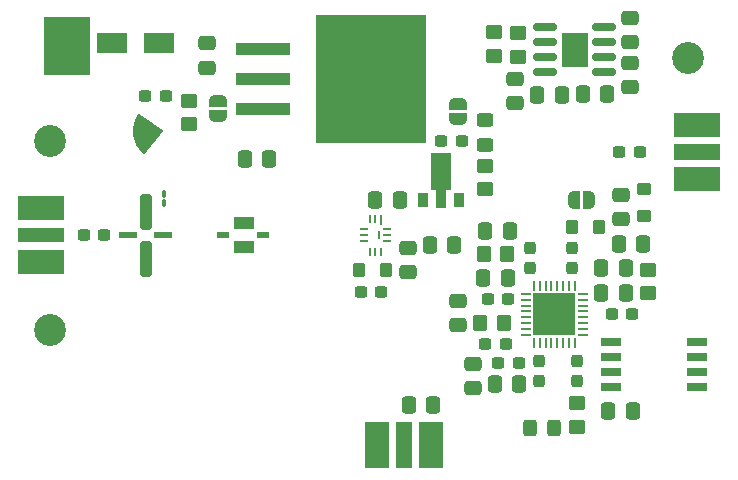
<source format=gbr>
%TF.GenerationSoftware,KiCad,Pcbnew,(6.0.2)*%
%TF.CreationDate,2022-09-18T20:27:38+02:00*%
%TF.ProjectId,8-4GHzDSN_V2,382d3447-487a-4445-934e-5f56322e6b69,rev?*%
%TF.SameCoordinates,Original*%
%TF.FileFunction,Soldermask,Top*%
%TF.FilePolarity,Negative*%
%FSLAX46Y46*%
G04 Gerber Fmt 4.6, Leading zero omitted, Abs format (unit mm)*
G04 Created by KiCad (PCBNEW (6.0.2)) date 2022-09-18 20:27:38*
%MOMM*%
%LPD*%
G01*
G04 APERTURE LIST*
G04 Aperture macros list*
%AMRoundRect*
0 Rectangle with rounded corners*
0 $1 Rounding radius*
0 $2 $3 $4 $5 $6 $7 $8 $9 X,Y pos of 4 corners*
0 Add a 4 corners polygon primitive as box body*
4,1,4,$2,$3,$4,$5,$6,$7,$8,$9,$2,$3,0*
0 Add four circle primitives for the rounded corners*
1,1,$1+$1,$2,$3*
1,1,$1+$1,$4,$5*
1,1,$1+$1,$6,$7*
1,1,$1+$1,$8,$9*
0 Add four rect primitives between the rounded corners*
20,1,$1+$1,$2,$3,$4,$5,0*
20,1,$1+$1,$4,$5,$6,$7,0*
20,1,$1+$1,$6,$7,$8,$9,0*
20,1,$1+$1,$8,$9,$2,$3,0*%
%AMFreePoly0*
4,1,22,0.500000,-0.750000,0.000000,-0.750000,0.000000,-0.745033,-0.079941,-0.743568,-0.215256,-0.701293,-0.333266,-0.622738,-0.424486,-0.514219,-0.481581,-0.384460,-0.499164,-0.250000,-0.500000,-0.250000,-0.500000,0.250000,-0.499164,0.250000,-0.499963,0.256109,-0.478152,0.396186,-0.417904,0.524511,-0.324060,0.630769,-0.204165,0.706417,-0.067858,0.745374,0.000000,0.744959,0.000000,0.750000,
0.500000,0.750000,0.500000,-0.750000,0.500000,-0.750000,$1*%
%AMFreePoly1*
4,1,20,0.000000,0.744959,0.073905,0.744508,0.209726,0.703889,0.328688,0.626782,0.421226,0.519385,0.479903,0.390333,0.500000,0.250000,0.500000,-0.250000,0.499851,-0.262216,0.476331,-0.402017,0.414519,-0.529596,0.319384,-0.634700,0.198574,-0.708877,0.061801,-0.746166,0.000000,-0.745033,0.000000,-0.750000,-0.500000,-0.750000,-0.500000,0.750000,0.000000,0.750000,0.000000,0.744959,
0.000000,0.744959,$1*%
%AMFreePoly2*
4,1,9,3.862500,-0.866500,0.737500,-0.866500,0.737500,-0.450000,-0.737500,-0.450000,-0.737500,0.450000,0.737500,0.450000,0.737500,0.866500,3.862500,0.866500,3.862500,-0.866500,3.862500,-0.866500,$1*%
G04 Aperture macros list end*
%ADD10C,0.150000*%
%ADD11RoundRect,0.250000X0.450000X-0.350000X0.450000X0.350000X-0.450000X0.350000X-0.450000X-0.350000X0*%
%ADD12RoundRect,0.250000X-0.337500X-0.475000X0.337500X-0.475000X0.337500X0.475000X-0.337500X0.475000X0*%
%ADD13RoundRect,0.250000X0.337500X0.475000X-0.337500X0.475000X-0.337500X-0.475000X0.337500X-0.475000X0*%
%ADD14RoundRect,0.062500X-0.062500X0.362500X-0.062500X-0.362500X0.062500X-0.362500X0.062500X0.362500X0*%
%ADD15RoundRect,0.062500X-0.062500X0.312500X-0.062500X-0.312500X0.062500X-0.312500X0.062500X0.312500X0*%
%ADD16RoundRect,0.062500X-0.312500X0.062500X-0.312500X-0.062500X0.312500X-0.062500X0.312500X0.062500X0*%
%ADD17R,0.250000X0.770000*%
%ADD18RoundRect,0.237500X0.300000X0.237500X-0.300000X0.237500X-0.300000X-0.237500X0.300000X-0.237500X0*%
%ADD19RoundRect,0.237500X-0.237500X0.300000X-0.237500X-0.300000X0.237500X-0.300000X0.237500X0.300000X0*%
%ADD20FreePoly0,0.000000*%
%ADD21FreePoly1,0.000000*%
%ADD22RoundRect,0.250000X0.475000X-0.337500X0.475000X0.337500X-0.475000X0.337500X-0.475000X-0.337500X0*%
%ADD23RoundRect,0.250000X-0.275000X-0.350000X0.275000X-0.350000X0.275000X0.350000X-0.275000X0.350000X0*%
%ADD24R,4.000000X1.400000*%
%ADD25R,4.000000X2.000000*%
%ADD26R,1.500000X0.500000*%
%ADD27RoundRect,0.250000X-0.250000X-1.250000X0.250000X-1.250000X0.250000X1.250000X-0.250000X1.250000X0*%
%ADD28R,4.000000X5.000000*%
%ADD29RoundRect,0.250000X-0.475000X0.337500X-0.475000X-0.337500X0.475000X-0.337500X0.475000X0.337500X0*%
%ADD30RoundRect,0.250000X-0.450000X0.350000X-0.450000X-0.350000X0.450000X-0.350000X0.450000X0.350000X0*%
%ADD31RoundRect,0.237500X-0.300000X-0.237500X0.300000X-0.237500X0.300000X0.237500X-0.300000X0.237500X0*%
%ADD32R,1.000000X0.600000*%
%ADD33C,0.500000*%
%ADD34R,1.750000X1.000000*%
%ADD35R,0.900000X1.300000*%
%ADD36FreePoly2,90.000000*%
%ADD37FreePoly0,90.000000*%
%ADD38FreePoly1,90.000000*%
%ADD39R,4.600000X1.100000*%
%ADD40R,9.400000X10.800000*%
%ADD41RoundRect,0.250000X0.350000X0.450000X-0.350000X0.450000X-0.350000X-0.450000X0.350000X-0.450000X0*%
%ADD42RoundRect,0.150000X0.825000X0.150000X-0.825000X0.150000X-0.825000X-0.150000X0.825000X-0.150000X0*%
%ADD43R,2.290000X3.000000*%
%ADD44RoundRect,0.250000X-0.350000X0.275000X-0.350000X-0.275000X0.350000X-0.275000X0.350000X0.275000X0*%
%ADD45RoundRect,0.100000X-0.100000X0.217500X-0.100000X-0.217500X0.100000X-0.217500X0.100000X0.217500X0*%
%ADD46R,2.500000X1.800000*%
%ADD47C,0.300000*%
%ADD48RoundRect,0.250000X-0.325000X-0.450000X0.325000X-0.450000X0.325000X0.450000X-0.325000X0.450000X0*%
%ADD49R,4.000000X1.300000*%
%ADD50C,2.700000*%
%ADD51RoundRect,0.062500X0.375000X0.062500X-0.375000X0.062500X-0.375000X-0.062500X0.375000X-0.062500X0*%
%ADD52RoundRect,0.062500X0.062500X0.375000X-0.062500X0.375000X-0.062500X-0.375000X0.062500X-0.375000X0*%
%ADD53R,3.600000X3.600000*%
%ADD54R,1.400000X4.000000*%
%ADD55R,2.000000X4.000000*%
%ADD56RoundRect,0.237500X0.237500X-0.300000X0.237500X0.300000X-0.237500X0.300000X-0.237500X-0.300000X0*%
%ADD57R,1.700000X0.650000*%
%ADD58RoundRect,0.250000X-0.450000X0.325000X-0.450000X-0.325000X0.450000X-0.325000X0.450000X0.325000X0*%
G04 APERTURE END LIST*
D10*
%TO.C,C7*%
X112500000Y-111187500D02*
X110534040Y-109810920D01*
X110534040Y-109810920D02*
X110380930Y-110060770D01*
X110380930Y-110060770D02*
X110259410Y-110327420D01*
X110259410Y-110327420D02*
X110171290Y-110606890D01*
X110171290Y-110606890D02*
X110117890Y-110895010D01*
X110117890Y-110895010D02*
X110100000Y-111187500D01*
X110100000Y-111187500D02*
X110117890Y-111479990D01*
X110117890Y-111479990D02*
X110171290Y-111768110D01*
X110171290Y-111768110D02*
X110259410Y-112047580D01*
X110259410Y-112047580D02*
X110380930Y-112314230D01*
X110380930Y-112314230D02*
X110534040Y-112564080D01*
X110534040Y-112564080D02*
X110716450Y-112793410D01*
X110716450Y-112793410D02*
X110925460Y-112998800D01*
X110925460Y-112998800D02*
X112500000Y-111187500D01*
X112500000Y-111187500D02*
X112500000Y-111187500D01*
G36*
X112500000Y-111187500D02*
G01*
X110925460Y-112998800D01*
X110716450Y-112793410D01*
X110534040Y-112564080D01*
X110380930Y-112314230D01*
X110259410Y-112047580D01*
X110171290Y-111768110D01*
X110117890Y-111479990D01*
X110100000Y-111187500D01*
X110117890Y-110895010D01*
X110171290Y-110606890D01*
X110259410Y-110327420D01*
X110380930Y-110060770D01*
X110534040Y-109810920D01*
X112500000Y-111187500D01*
G37*
X112500000Y-111187500D02*
X110925460Y-112998800D01*
X110716450Y-112793410D01*
X110534040Y-112564080D01*
X110380930Y-112314230D01*
X110259410Y-112047580D01*
X110171290Y-111768110D01*
X110117890Y-111479990D01*
X110100000Y-111187500D01*
X110117890Y-110895010D01*
X110171290Y-110606890D01*
X110259410Y-110327420D01*
X110380930Y-110060770D01*
X110534040Y-109810920D01*
X112500000Y-111187500D01*
%TD*%
D11*
%TO.C,R22*%
X153600000Y-124900000D03*
X153600000Y-122900000D03*
%TD*%
D12*
%TO.C,C14*%
X130512500Y-117000000D03*
X132587500Y-117000000D03*
%TD*%
D13*
%TO.C,C40*%
X141937500Y-119600000D03*
X139862500Y-119600000D03*
%TD*%
D11*
%TO.C,R3*%
X139850000Y-116100000D03*
X139850000Y-114100000D03*
%TD*%
D14*
%TO.C,U11*%
X131050000Y-118675000D03*
D15*
X130550000Y-118625000D03*
X130050000Y-118625000D03*
D16*
X129550000Y-119500000D03*
X129550000Y-120000000D03*
X129550000Y-120500000D03*
D15*
X130050000Y-121375000D03*
X130550000Y-121375000D03*
X131050000Y-121375000D03*
D16*
X131550000Y-120500000D03*
X131550000Y-120000000D03*
X131550000Y-119500000D03*
D17*
X130850000Y-120000000D03*
%TD*%
D18*
%TO.C,C25*%
X141562500Y-129200000D03*
X139837500Y-129200000D03*
%TD*%
D19*
%TO.C,C34*%
X144400000Y-130637500D03*
X144400000Y-132362500D03*
%TD*%
D20*
%TO.C,JP21*%
X147350000Y-117000000D03*
D21*
X148650000Y-117000000D03*
%TD*%
D13*
%TO.C,C22*%
X141737500Y-123600000D03*
X139662500Y-123600000D03*
%TD*%
%TO.C,C38*%
X137237500Y-120800000D03*
X135162500Y-120800000D03*
%TD*%
D22*
%TO.C,C6*%
X152102500Y-107457500D03*
X152102500Y-105382500D03*
%TD*%
D23*
%TO.C,L22*%
X147150000Y-119300000D03*
X149450000Y-119300000D03*
%TD*%
D18*
%TO.C,C23*%
X141762500Y-125400000D03*
X140037500Y-125400000D03*
%TD*%
D24*
%TO.C,J3*%
X157800000Y-112914000D03*
D25*
X157800000Y-110628000D03*
X157800000Y-115200000D03*
%TD*%
D12*
%TO.C,C29*%
X133362500Y-134400000D03*
X135437500Y-134400000D03*
%TD*%
D18*
%TO.C,C15*%
X131025000Y-124800000D03*
X129300000Y-124800000D03*
%TD*%
D26*
%TO.C,U1*%
X109600000Y-120000000D03*
D27*
X111100000Y-122000000D03*
D26*
X112600000Y-120000000D03*
D27*
X111100000Y-118000000D03*
%TD*%
D18*
%TO.C,C28*%
X142662500Y-130800000D03*
X140937500Y-130800000D03*
%TD*%
D23*
%TO.C,L3*%
X129150000Y-122900000D03*
X131450000Y-122900000D03*
%TD*%
D28*
%TO.C,J1*%
X104450000Y-103950000D03*
%TD*%
D29*
%TO.C,C39*%
X137500000Y-125562500D03*
X137500000Y-127637500D03*
%TD*%
%TO.C,C24*%
X138800000Y-130862500D03*
X138800000Y-132937500D03*
%TD*%
D30*
%TO.C,R5*%
X140600000Y-102800000D03*
X140600000Y-104800000D03*
%TD*%
D31*
%TO.C,C3*%
X105875000Y-120000000D03*
X107600000Y-120000000D03*
%TD*%
D32*
%TO.C,U5*%
X117600000Y-120000000D03*
X121000000Y-120000000D03*
D33*
X118900000Y-121000000D03*
D34*
X119400000Y-121000000D03*
D33*
X119775000Y-121000000D03*
D34*
X119400000Y-119000000D03*
D33*
X118900000Y-119000000D03*
X119900000Y-119000000D03*
%TD*%
D13*
%TO.C,C5*%
X121537500Y-113500000D03*
X119462500Y-113500000D03*
%TD*%
D12*
%TO.C,C21*%
X150262500Y-134900000D03*
X152337500Y-134900000D03*
%TD*%
D22*
%TO.C,C13*%
X133300000Y-123137500D03*
X133300000Y-121062500D03*
%TD*%
D35*
%TO.C,Q1*%
X134600000Y-117000000D03*
D36*
X136100000Y-116912500D03*
D35*
X137600000Y-117000000D03*
%TD*%
D31*
%TO.C,C4*%
X111075000Y-108200000D03*
X112800000Y-108200000D03*
%TD*%
D30*
%TO.C,R1*%
X114750000Y-108612500D03*
X114750000Y-110612500D03*
%TD*%
D12*
%TO.C,C11*%
X148105000Y-108052500D03*
X150180000Y-108052500D03*
%TD*%
%TO.C,C27*%
X151162500Y-120700000D03*
X153237500Y-120700000D03*
%TD*%
D22*
%TO.C,C2*%
X116250000Y-105825000D03*
X116250000Y-103750000D03*
%TD*%
D31*
%TO.C,C32*%
X150537500Y-126700000D03*
X152262500Y-126700000D03*
%TD*%
D37*
%TO.C,U2*%
X117250000Y-109900000D03*
D38*
X117250000Y-108600000D03*
%TD*%
D39*
%TO.C,U3*%
X121050000Y-104235000D03*
D40*
X130200000Y-106775000D03*
D39*
X121050000Y-106775000D03*
X121050000Y-109315000D03*
%TD*%
D37*
%TO.C,U12*%
X137500000Y-110150000D03*
D38*
X137500000Y-108850000D03*
%TD*%
D41*
%TO.C,R21*%
X141400000Y-127400000D03*
X139400000Y-127400000D03*
%TD*%
D12*
%TO.C,C18*%
X144262500Y-108100000D03*
X146337500Y-108100000D03*
%TD*%
D31*
%TO.C,C17*%
X151200000Y-112914000D03*
X152925000Y-112914000D03*
%TD*%
D42*
%TO.C,U15*%
X149877500Y-106187500D03*
X149877500Y-104917500D03*
X149877500Y-103647500D03*
X149877500Y-102377500D03*
X144927500Y-102377500D03*
X144927500Y-103647500D03*
X144927500Y-104917500D03*
X144927500Y-106187500D03*
D43*
X147402500Y-104282500D03*
%TD*%
D44*
%TO.C,L21*%
X153300000Y-116050000D03*
X153300000Y-118350000D03*
%TD*%
D31*
%TO.C,C16*%
X136137500Y-112000000D03*
X137862500Y-112000000D03*
%TD*%
D29*
%TO.C,C10*%
X152102500Y-101582500D03*
X152102500Y-103657500D03*
%TD*%
D45*
%TO.C,L1*%
X112637500Y-116480000D03*
X112637500Y-117295000D03*
%TD*%
D22*
%TO.C,C37*%
X151300000Y-118637500D03*
X151300000Y-116562500D03*
%TD*%
D46*
%TO.C,D1*%
X112250000Y-103750000D03*
X108250000Y-103750000D03*
%TD*%
D47*
%TO.C,C7*%
X112500000Y-111187500D03*
%TD*%
D12*
%TO.C,C35*%
X149662500Y-124900000D03*
X151737500Y-124900000D03*
%TD*%
D48*
%TO.C,D21*%
X143650000Y-136300000D03*
X145700000Y-136300000D03*
%TD*%
D19*
%TO.C,C33*%
X147600000Y-130637500D03*
X147600000Y-132362500D03*
%TD*%
D41*
%TO.C,R24*%
X141700000Y-121600000D03*
X139700000Y-121600000D03*
%TD*%
D12*
%TO.C,C36*%
X149662500Y-122800000D03*
X151737500Y-122800000D03*
%TD*%
D49*
%TO.C,J2*%
X102250000Y-120000000D03*
D25*
X102250000Y-122286000D03*
X102250000Y-117714000D03*
%TD*%
D50*
%TO.C,REF\u002A\u002A*%
X103000000Y-112000000D03*
%TD*%
D51*
%TO.C,U22*%
X148137500Y-128450000D03*
X148137500Y-127950000D03*
X148137500Y-127450000D03*
X148137500Y-126950000D03*
X148137500Y-126450000D03*
X148137500Y-125950000D03*
X148137500Y-125450000D03*
X148137500Y-124950000D03*
D52*
X147450000Y-124262500D03*
X146950000Y-124262500D03*
X146450000Y-124262500D03*
X145950000Y-124262500D03*
X145450000Y-124262500D03*
X144950000Y-124262500D03*
X144450000Y-124262500D03*
X143950000Y-124262500D03*
D51*
X143262500Y-124950000D03*
X143262500Y-125450000D03*
X143262500Y-125950000D03*
X143262500Y-126450000D03*
X143262500Y-126950000D03*
X143262500Y-127450000D03*
X143262500Y-127950000D03*
X143262500Y-128450000D03*
D52*
X143950000Y-129137500D03*
X144450000Y-129137500D03*
X144950000Y-129137500D03*
X145450000Y-129137500D03*
X145950000Y-129137500D03*
X146450000Y-129137500D03*
X146950000Y-129137500D03*
X147450000Y-129137500D03*
D53*
X145700000Y-126700000D03*
%TD*%
D54*
%TO.C,J4*%
X133000000Y-137750000D03*
D55*
X135286000Y-137750000D03*
X130714000Y-137750000D03*
%TD*%
D13*
%TO.C,C26*%
X142737500Y-132600000D03*
X140662500Y-132600000D03*
%TD*%
D22*
%TO.C,C12*%
X142400000Y-108837500D03*
X142400000Y-106762500D03*
%TD*%
D50*
%TO.C,REF\u002A\u002A*%
X103000000Y-128000000D03*
%TD*%
D56*
%TO.C,C31*%
X143600000Y-122762500D03*
X143600000Y-121037500D03*
%TD*%
%TO.C,C30*%
X147200000Y-122762500D03*
X147200000Y-121037500D03*
%TD*%
D57*
%TO.C,U21*%
X157750000Y-132805000D03*
X157750000Y-131535000D03*
X157750000Y-130265000D03*
X157750000Y-128995000D03*
X150450000Y-128995000D03*
X150450000Y-130265000D03*
X150450000Y-131535000D03*
X150450000Y-132805000D03*
%TD*%
D11*
%TO.C,R23*%
X147600000Y-136200000D03*
X147600000Y-134200000D03*
%TD*%
D50*
%TO.C,REF\u002A\u002A*%
X157000000Y-105000000D03*
%TD*%
D58*
%TO.C,L4*%
X139800000Y-110275000D03*
X139800000Y-112325000D03*
%TD*%
D11*
%TO.C,R4*%
X142580000Y-104871250D03*
X142580000Y-102871250D03*
%TD*%
M02*

</source>
